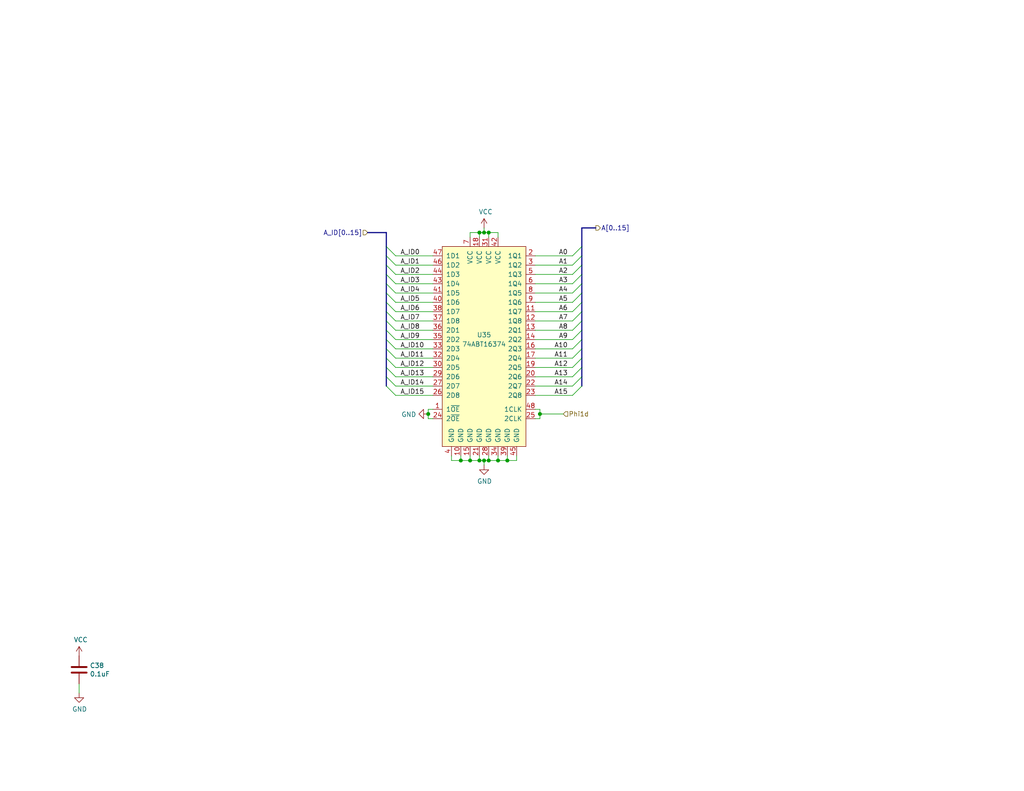
<source format=kicad_sch>
(kicad_sch (version 20250114) (generator "eeschema") (generator_version "9.0")
  (paper "USLetter")
  (title_block (date "2025-07-01") (rev "A"))
  (lib_symbols
    (symbol "Device:C" (pin_numbers (hide yes)) (pin_names (offset 0.254))
      (property "Reference" "C" (at 0.635 2.54 0))
      (property "Value" "C" (at 0.635 -2.54 0))
      (symbol "C_0_1"
        (polyline (pts (xy -2.032 0.762) (xy 2.032 0.762)) (stroke (width 0.508)))
        (polyline (pts (xy -2.032 -0.762) (xy 2.032 -0.762)) (stroke (width 0.508)))
      )
      (symbol "C_1_1"
        (pin passive line (at 0 3.81 270) (length 2.794) (name "~") (number "1"))
        (pin passive line (at 0 -3.81 90) (length 2.794) (name "~") (number "2"))
      )
    )
    (symbol "Turtle16:74ABT16374" (pin_names (offset 1.016))
      (symbol "74ABT16374_0_0"
        (pin input line (at -13.97 21.59 0) (length 2.54) (name "1D1") (number "47"))
        (pin input line (at -13.97 19.05 0) (length 2.54) (name "1D2") (number "46"))
        (pin input line (at -13.97 16.51 0) (length 2.54) (name "1D3") (number "44"))
        (pin input line (at -13.97 13.97 0) (length 2.54) (name "1D4") (number "43"))
        (pin input line (at -13.97 11.43 0) (length 2.54) (name "1D5") (number "41"))
        (pin input line (at -13.97 8.89 0) (length 2.54) (name "1D6") (number "40"))
        (pin input line (at -13.97 6.35 0) (length 2.54) (name "1D7") (number "38"))
        (pin input line (at -13.97 3.81 0) (length 2.54) (name "1D8") (number "37"))
        (pin input line (at -13.97 1.27 0) (length 2.54) (name "2D1") (number "36"))
        (pin input line (at -13.97 -1.27 0) (length 2.54) (name "2D2") (number "35"))
        (pin input line (at -13.97 -3.81 0) (length 2.54) (name "2D3") (number "33"))
        (pin input line (at -13.97 -6.35 0) (length 2.54) (name "2D4") (number "32"))
        (pin input line (at -13.97 -8.89 0) (length 2.54) (name "2D5") (number "30"))
        (pin input line (at -13.97 -11.43 0) (length 2.54) (name "2D6") (number "29"))
        (pin input line (at -13.97 -13.97 0) (length 2.54) (name "2D7") (number "27"))
        (pin input line (at -13.97 -16.51 0) (length 2.54) (name "2D8") (number "26"))
        (pin input line (at -13.97 -20.32 0) (length 2.54) (name "1~{OE}") (number "1"))
        (pin input line (at -13.97 -22.86 0) (length 2.54) (name "2~{OE}") (number "24"))
        (pin power_in line (at -8.89 -33.02 90) (length 2.54) (name "GND") (number "4"))
        (pin power_in line (at -6.35 -33.02 90) (length 2.54) (name "GND") (number "10"))
        (pin power_in line (at -3.81 26.67 270) (length 2.54) (name "VCC") (number "7"))
        (pin power_in line (at -3.81 -33.02 90) (length 2.54) (name "GND") (number "15"))
        (pin power_in line (at -1.27 26.67 270) (length 2.54) (name "VCC") (number "18"))
        (pin power_in line (at -1.27 -33.02 90) (length 2.54) (name "GND") (number "21"))
        (pin power_in line (at 1.27 26.67 270) (length 2.54) (name "VCC") (number "31"))
        (pin power_in line (at 1.27 -33.02 90) (length 2.54) (name "GND") (number "28"))
        (pin power_in line (at 3.81 26.67 270) (length 2.54) (name "VCC") (number "42"))
        (pin power_in line (at 3.81 -33.02 90) (length 2.54) (name "GND") (number "34"))
        (pin power_in line (at 6.35 -33.02 90) (length 2.54) (name "GND") (number "39"))
        (pin power_in line (at 8.89 -33.02 90) (length 2.54) (name "GND") (number "45"))
        (pin tri_state line (at 13.97 21.59 180) (length 2.54) (name "1Q1") (number "2"))
        (pin tri_state line (at 13.97 19.05 180) (length 2.54) (name "1Q2") (number "3"))
        (pin tri_state line (at 13.97 16.51 180) (length 2.54) (name "1Q3") (number "5"))
        (pin tri_state line (at 13.97 13.97 180) (length 2.54) (name "1Q4") (number "6"))
        (pin tri_state line (at 13.97 11.43 180) (length 2.54) (name "1Q5") (number "8"))
        (pin tri_state line (at 13.97 8.89 180) (length 2.54) (name "1Q6") (number "9"))
        (pin tri_state line (at 13.97 6.35 180) (length 2.54) (name "1Q7") (number "11"))
        (pin tri_state line (at 13.97 3.81 180) (length 2.54) (name "1Q8") (number "12"))
        (pin tri_state line (at 13.97 1.27 180) (length 2.54) (name "2Q1") (number "13"))
        (pin tri_state line (at 13.97 -1.27 180) (length 2.54) (name "2Q2") (number "14"))
        (pin tri_state line (at 13.97 -3.81 180) (length 2.54) (name "2Q3") (number "16"))
        (pin tri_state line (at 13.97 -6.35 180) (length 2.54) (name "2Q4") (number "17"))
        (pin tri_state line (at 13.97 -8.89 180) (length 2.54) (name "2Q5") (number "19"))
        (pin tri_state line (at 13.97 -11.43 180) (length 2.54) (name "2Q6") (number "20"))
        (pin tri_state line (at 13.97 -13.97 180) (length 2.54) (name "2Q7") (number "22"))
        (pin tri_state line (at 13.97 -16.51 180) (length 2.54) (name "2Q8") (number "23"))
        (pin input line (at 13.97 -20.32 180) (length 2.54) (name "1CLK") (number "48"))
        (pin input line (at 13.97 -22.86 180) (length 2.54) (name "2CLK") (number "25"))
      )
      (symbol "74ABT16374_0_1"
        (rectangle (start -11.43 24.13) (end 11.43 -30.48) (fill (type background)))
      )
    )
    (symbol "power:GND" (power) (pin_names (offset 0))
      (property "Value" "GND" (at 0 -3.81 0))
      (symbol "GND_0_1"
        (polyline (pts (xy 0 0) (xy 0 -1.27) (xy 1.27 -1.27) (xy 0 -2.54) (xy -1.27 -1.27) (xy 0 -1.27)))
      )
      (symbol "GND_1_1"
        (pin power_in line (at 0 0 270) (length 0) (hide yes) (name "GND") (number "1"))
      )
    )
    (symbol "power:VCC" (power) (pin_names (offset 0))
      (property "Value" "VCC" (at 0 3.81 0))
      (symbol "VCC_0_1"
        (polyline (pts (xy -0.762 1.27) (xy 0 2.54)))
        (polyline (pts (xy 0 2.54) (xy 0.762 1.27)))
        (polyline (pts (xy 0 0) (xy 0 2.54)))
      )
      (symbol "VCC_1_1"
        (pin power_in line (at 0 0 90) (length 0) (hide yes) (name "VCC") (number "1"))
      )
    )
  )
  (junction (at 133.35 125.73))
  (junction (at 132.08 63.5))
  (junction (at 128.27 125.73))
  (junction (at 132.08 125.73))
  (junction (at 133.35 63.5))
  (junction (at 138.43 125.73))
  (junction (at 135.89 125.73))
  (junction (at 125.73 125.73))
  (junction (at 147.32 113.03))
  (junction (at 130.81 125.73))
  (junction (at 130.81 63.5))
  (junction (at 116.84 113.03))
  (bus_entry (at 105.41 90.17) (size 2.54 2.54))
  (bus_entry (at 105.41 80.01) (size 2.54 2.54))
  (bus_entry (at 105.41 95.25) (size 2.54 2.54))
  (bus_entry (at 105.41 105.41) (size 2.54 2.54))
  (bus_entry (at 105.41 100.33) (size 2.54 2.54))
  (bus_entry (at 105.41 82.55) (size 2.54 2.54))
  (bus_entry (at 158.75 67.31) (size -2.54 2.54))
  (bus_entry (at 158.75 102.87) (size -2.54 2.54))
  (bus_entry (at 105.41 97.79) (size 2.54 2.54))
  (bus_entry (at 105.41 74.93) (size 2.54 2.54))
  (bus_entry (at 158.75 97.79) (size -2.54 2.54))
  (bus_entry (at 158.75 80.01) (size -2.54 2.54))
  (bus_entry (at 105.41 67.31) (size 2.54 2.54))
  (bus_entry (at 158.75 77.47) (size -2.54 2.54))
  (bus_entry (at 158.75 72.39) (size -2.54 2.54))
  (bus_entry (at 158.75 74.93) (size -2.54 2.54))
  (bus_entry (at 105.41 102.87) (size 2.54 2.54))
  (bus_entry (at 158.75 95.25) (size -2.54 2.54))
  (bus_entry (at 105.41 92.71) (size 2.54 2.54))
  (bus_entry (at 158.75 105.41) (size -2.54 2.54))
  (bus_entry (at 158.75 92.71) (size -2.54 2.54))
  (bus_entry (at 158.75 87.63) (size -2.54 2.54))
  (bus_entry (at 105.41 77.47) (size 2.54 2.54))
  (bus_entry (at 105.41 69.85) (size 2.54 2.54))
  (bus_entry (at 158.75 90.17) (size -2.54 2.54))
  (bus_entry (at 105.41 87.63) (size 2.54 2.54))
  (bus_entry (at 158.75 100.33) (size -2.54 2.54))
  (bus_entry (at 105.41 72.39) (size 2.54 2.54))
  (bus_entry (at 105.41 85.09) (size 2.54 2.54))
  (bus_entry (at 158.75 69.85) (size -2.54 2.54))
  (bus_entry (at 158.75 85.09) (size -2.54 2.54))
  (bus_entry (at 158.75 82.55) (size -2.54 2.54))
  (bus (pts (xy 158.75 74.93) (xy 158.75 77.47)))
  (bus (pts (xy 158.75 80.01) (xy 158.75 82.55)))
  (wire (pts (xy 156.21 97.79) (xy 146.05 97.79)))
  (bus (pts (xy 105.41 72.39) (xy 105.41 74.93)))
  (wire (pts (xy 133.35 63.5) (xy 135.89 63.5)))
  (wire (pts (xy 156.21 82.55) (xy 146.05 82.55)))
  (wire (pts (xy 116.84 111.76) (xy 116.84 113.03)))
  (wire (pts (xy 107.95 97.79) (xy 118.11 97.79)))
  (wire (pts (xy 156.21 80.01) (xy 146.05 80.01)))
  (bus (pts (xy 105.41 102.87) (xy 105.41 105.41)))
  (wire (pts (xy 133.35 125.73) (xy 135.89 125.73)))
  (wire (pts (xy 156.21 74.93) (xy 146.05 74.93)))
  (wire (pts (xy 146.05 111.76) (xy 147.32 111.76)))
  (bus (pts (xy 105.41 77.47) (xy 105.41 80.01)))
  (bus (pts (xy 105.41 85.09) (xy 105.41 87.63)))
  (wire (pts (xy 156.21 105.41) (xy 146.05 105.41)))
  (wire (pts (xy 123.19 124.46) (xy 123.19 125.73)))
  (wire (pts (xy 107.95 92.71) (xy 118.11 92.71)))
  (wire (pts (xy 130.81 124.46) (xy 130.81 125.73)))
  (wire (pts (xy 138.43 124.46) (xy 138.43 125.73)))
  (wire (pts (xy 118.11 111.76) (xy 116.84 111.76)))
  (wire (pts (xy 116.84 113.03) (xy 116.84 114.3)))
  (bus (pts (xy 158.75 72.39) (xy 158.75 74.93)))
  (wire (pts (xy 156.21 72.39) (xy 146.05 72.39)))
  (bus (pts (xy 158.75 69.85) (xy 158.75 72.39)))
  (wire (pts (xy 128.27 124.46) (xy 128.27 125.73)))
  (bus (pts (xy 105.41 82.55) (xy 105.41 85.09)))
  (bus (pts (xy 158.75 87.63) (xy 158.75 90.17)))
  (wire (pts (xy 107.95 87.63) (xy 118.11 87.63)))
  (wire (pts (xy 147.32 111.76) (xy 147.32 113.03)))
  (bus (pts (xy 105.41 92.71) (xy 105.41 95.25)))
  (wire (pts (xy 107.95 69.85) (xy 118.11 69.85)))
  (wire (pts (xy 107.95 90.17) (xy 118.11 90.17)))
  (bus (pts (xy 162.56 62.23) (xy 158.75 62.23)))
  (bus (pts (xy 158.75 92.71) (xy 158.75 95.25)))
  (wire (pts (xy 107.95 95.25) (xy 118.11 95.25)))
  (wire (pts (xy 147.32 114.3) (xy 146.05 114.3)))
  (wire (pts (xy 138.43 125.73) (xy 140.97 125.73)))
  (bus (pts (xy 105.41 90.17) (xy 105.41 92.71)))
  (wire (pts (xy 107.95 80.01) (xy 118.11 80.01)))
  (wire (pts (xy 156.21 69.85) (xy 146.05 69.85)))
  (bus (pts (xy 105.41 80.01) (xy 105.41 82.55)))
  (wire (pts (xy 156.21 90.17) (xy 146.05 90.17)))
  (wire (pts (xy 132.08 125.73) (xy 132.08 127)))
  (bus (pts (xy 105.41 67.31) (xy 105.41 69.85)))
  (wire (pts (xy 128.27 63.5) (xy 130.81 63.5)))
  (bus (pts (xy 158.75 90.17) (xy 158.75 92.71)))
  (bus (pts (xy 158.75 67.31) (xy 158.75 69.85)))
  (wire (pts (xy 156.21 92.71) (xy 146.05 92.71)))
  (bus (pts (xy 158.75 100.33) (xy 158.75 102.87)))
  (bus (pts (xy 158.75 95.25) (xy 158.75 97.79)))
  (wire (pts (xy 107.95 100.33) (xy 118.11 100.33)))
  (wire (pts (xy 135.89 124.46) (xy 135.89 125.73)))
  (wire (pts (xy 132.08 125.73) (xy 133.35 125.73)))
  (wire (pts (xy 156.21 95.25) (xy 146.05 95.25)))
  (wire (pts (xy 135.89 125.73) (xy 138.43 125.73)))
  (wire (pts (xy 156.21 77.47) (xy 146.05 77.47)))
  (wire (pts (xy 107.95 105.41) (xy 118.11 105.41)))
  (wire (pts (xy 125.73 124.46) (xy 125.73 125.73)))
  (wire (pts (xy 147.32 113.03) (xy 153.67 113.03)))
  (wire (pts (xy 140.97 125.73) (xy 140.97 124.46)))
  (wire (pts (xy 116.84 114.3) (xy 118.11 114.3)))
  (wire (pts (xy 133.35 64.77) (xy 133.35 63.5)))
  (wire (pts (xy 156.21 102.87) (xy 146.05 102.87)))
  (bus (pts (xy 158.75 82.55) (xy 158.75 85.09)))
  (wire (pts (xy 156.21 85.09) (xy 146.05 85.09)))
  (wire (pts (xy 130.81 63.5) (xy 132.08 63.5)))
  (bus (pts (xy 158.75 77.47) (xy 158.75 80.01)))
  (bus (pts (xy 158.75 97.79) (xy 158.75 100.33)))
  (wire (pts (xy 107.95 77.47) (xy 118.11 77.47)))
  (wire (pts (xy 123.19 125.73) (xy 125.73 125.73)))
  (wire (pts (xy 133.35 124.46) (xy 133.35 125.73)))
  (bus (pts (xy 105.41 97.79) (xy 105.41 100.33)))
  (bus (pts (xy 105.41 100.33) (xy 105.41 102.87)))
  (wire (pts (xy 107.95 107.95) (xy 118.11 107.95)))
  (wire (pts (xy 156.21 107.95) (xy 146.05 107.95)))
  (wire (pts (xy 107.95 102.87) (xy 118.11 102.87)))
  (bus (pts (xy 105.41 87.63) (xy 105.41 90.17)))
  (wire (pts (xy 156.21 87.63) (xy 146.05 87.63)))
  (bus (pts (xy 158.75 62.23) (xy 158.75 67.31)))
  (wire (pts (xy 107.95 82.55) (xy 118.11 82.55)))
  (wire (pts (xy 147.32 113.03) (xy 147.32 114.3)))
  (bus (pts (xy 158.75 102.87) (xy 158.75 105.41)))
  (wire (pts (xy 156.21 100.33) (xy 146.05 100.33)))
  (wire (pts (xy 21.59 189.23) (xy 21.59 186.69)))
  (bus (pts (xy 105.41 63.5) (xy 105.41 67.31)))
  (wire (pts (xy 132.08 63.5) (xy 133.35 63.5)))
  (bus (pts (xy 105.41 95.25) (xy 105.41 97.79)))
  (wire (pts (xy 107.95 74.93) (xy 118.11 74.93)))
  (wire (pts (xy 130.81 64.77) (xy 130.81 63.5)))
  (wire (pts (xy 128.27 64.77) (xy 128.27 63.5)))
  (wire (pts (xy 107.95 85.09) (xy 118.11 85.09)))
  (bus (pts (xy 105.41 69.85) (xy 105.41 72.39)))
  (bus (pts (xy 105.41 74.93) (xy 105.41 77.47)))
  (wire (pts (xy 125.73 125.73) (xy 128.27 125.73)))
  (wire (pts (xy 107.95 72.39) (xy 118.11 72.39)))
  (wire (pts (xy 135.89 63.5) (xy 135.89 64.77)))
  (wire (pts (xy 130.81 125.73) (xy 132.08 125.73)))
  (wire (pts (xy 128.27 125.73) (xy 130.81 125.73)))
  (bus (pts (xy 158.75 85.09) (xy 158.75 87.63)))
  (bus (pts (xy 100.33 63.5) (xy 105.41 63.5)))
  (wire (pts (xy 132.08 62.23) (xy 132.08 63.5)))
  (label "A_ID8" (at 109.22 90.17 0))
  (label "A_ID12" (at 109.22 100.33 0))
  (label "A10" (at 154.94 95.25 180))
  (label "A_ID14" (at 109.22 105.41 0))
  (label "A8" (at 154.94 90.17 180))
  (label "A_ID11" (at 109.22 97.79 0))
  (label "A_ID9" (at 109.22 92.71 0))
  (label "A9" (at 154.94 92.71 180))
  (label "A3" (at 154.94 77.47 180))
  (label "A_ID1" (at 109.22 72.39 0))
  (label "A_ID15" (at 109.22 107.95 0))
  (label "A0" (at 154.94 69.85 180))
  (label "A_ID4" (at 109.22 80.01 0))
  (label "A13" (at 154.94 102.87 180))
  (label "A_ID0" (at 109.22 69.85 0))
  (label "A6" (at 154.94 85.09 180))
  (label "A12" (at 154.94 100.33 180))
  (label "A7" (at 154.94 87.63 180))
  (label "A_ID13" (at 109.22 102.87 0))
  (label "A11" (at 154.94 97.79 180))
  (label "A15" (at 154.94 107.95 180))
  (label "A_ID7" (at 109.22 87.63 0))
  (label "A_ID2" (at 109.22 74.93 0))
  (label "A14" (at 154.94 105.41 180))
  (label "A1" (at 154.94 72.39 180))
  (label "A5" (at 154.94 82.55 180))
  (label "A4" (at 154.94 80.01 180))
  (label "A_ID5" (at 109.22 82.55 0))
  (label "A_ID10" (at 109.22 95.25 0))
  (label "A2" (at 154.94 74.93 180))
  (label "A_ID6" (at 109.22 85.09 0))
  (label "A_ID3" (at 109.22 77.47 0))
  (hierarchical_label "A_ID[0..15]" (shape input) (at 100.33 63.5 180))
  (hierarchical_label "A[0..15]" (shape output) (at 162.56 62.23 0))
  (hierarchical_label "Phi1d" (shape input) (at 153.67 113.03 0))
  (symbol (lib_id "Device:C") (at 21.59 182.88 0) (unit 1)
    (property "Reference" "C38" (at 24.511 181.7116 0) (effects (justify left)))
    (property "Value" "0.1uF" (at 24.511 184.023 0) (effects (justify left)))
    (property "Footprint" "Capacitor_SMD:C_0603_1608Metric" (effects (hide yes)))
    (property "Datasheet" "https://www.mouser.com/datasheet/2/396/taiyo_yuden_12132018_mlcc11_hq_e-1510082.pdf" (effects (hide yes)))
    (property "Manufacturer" "Taiyo Yuden" (effects (hide yes)))
    (property "Manufacturer#" "EMK107B7104KAHT" (effects (hide yes)))
    (property "Mouser#" "963-EMK107B7104KAHT" (effects (hide yes)))
    (property "Digikey#" "587-6004-1-ND" (effects (hide yes)))
  )
  (symbol (lib_id "power:VCC") (at 21.59 179.07 0) (unit 1)
    (property "Reference" "#PWR0260" (effects (hide yes)))
    (property "Value" "VCC" (at 22.0218 174.6758 0))
  )
  (symbol (lib_id "power:GND") (at 21.59 189.23 0) (unit 1)
    (property "Reference" "#PWR0261" (effects (hide yes)))
    (property "Value" "GND" (at 21.717 193.6242 0))
  )
  (symbol (lib_id "power:GND") (at 116.84 113.03 270) (unit 1)
    (property "Reference" "#PWR0262" (effects (hide yes)))
    (property "Value" "GND" (at 113.5888 113.157 90) (effects (justify right)))
  )
  (symbol (lib_id "power:VCC") (at 132.08 62.23 0) (unit 1)
    (property "Reference" "#PWR0263" (effects (hide yes)))
    (property "Value" "VCC" (at 132.5118 57.8358 0))
  )
  (symbol (lib_id "power:GND") (at 132.08 127 0) (unit 1)
    (property "Reference" "#PWR0264" (effects (hide yes)))
    (property "Value" "GND" (at 132.207 131.3942 0))
  )
  (symbol (lib_id "Turtle16:74ABT16374") (at 132.08 91.44 0) (unit 1)
    (property "Reference" "U35" (at 132.08 91.44 0))
    (property "Value" "74ABT16374" (at 132.08 93.98 0))
    (property "Footprint" "Package_SO:TSSOP-48_6.1x12.5mm_P0.5mm" (effects (hide yes)))
    (property "Datasheet" "https://www.ti.com/general/docs/suppproductinfo.tsp?distId=26&gotoUrl=https://www.ti.com/lit/gpn/sn74abt16374a" (effects (hide yes)))
    (property "Manufacturer" "Texas Instruments" (effects (hide yes)))
    (property "Manufacturer#" "SN74ABT16374ADGGR" (effects (hide yes)))
    (property "Mouser#" "595-SNABT16374ADGGR" (effects (hide yes)))
    (property "Digikey#" "296-3900-1-ND" (effects (hide yes)))
  )
)
</source>
